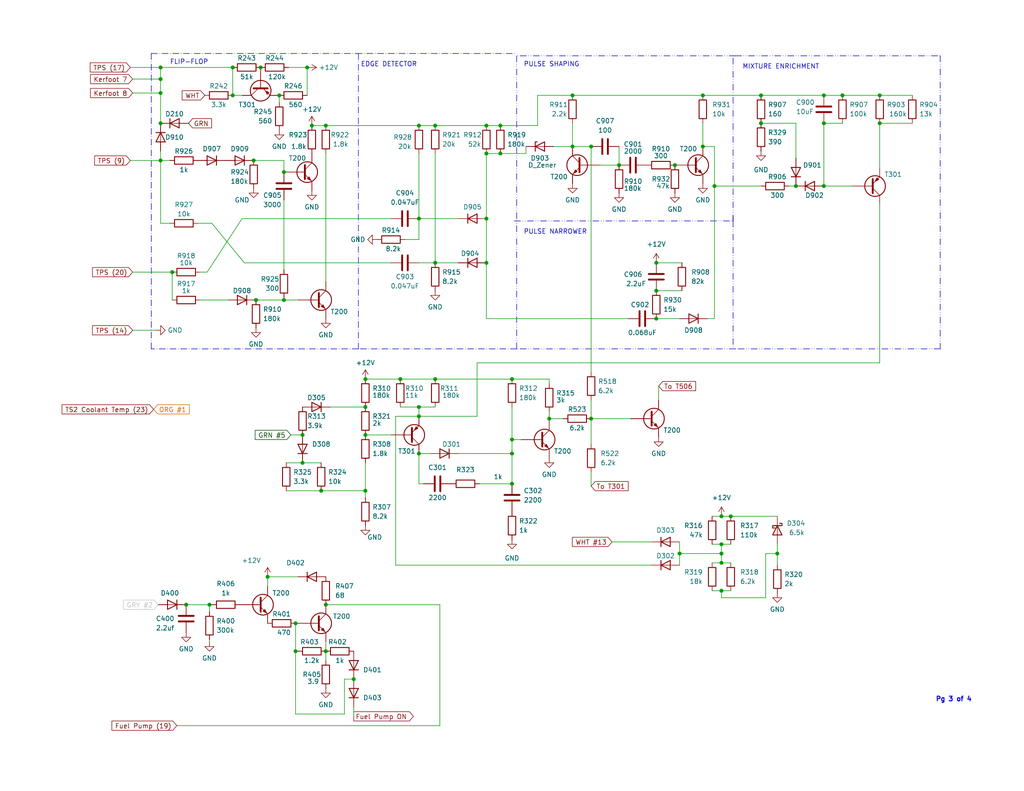
<source format=kicad_sch>
(kicad_sch (version 20230121) (generator eeschema)
  (paper "A")
  (title_block (title "D-Jetronic 0 280 000 034 ECU for Volvo") (date "2023-12-28") (comment 1 "Redrawn by David Farrington") (comment 2 "Copied from Dale Rembold") (comment 3 "Following Layout by F.W. Kerfoot"))
  (lib_symbols
    (symbol "BC328_1" (pin_numbers hide) (pin_names (offset 0) hide)
      (property "Reference" "Q" (at 5.08 1.905 0))
      (property "Value" "BC328" (at 5.08 0 0))
      (symbol "BC328_1_0_1"
        (polyline (pts (xy 0.635 0.635) (xy 2.54 2.54)))
        (polyline (pts (xy 0.635 -0.635) (xy 2.54 -2.54) (xy 2.54 -2.54)))
        (polyline (pts (xy 0.635 1.905) (xy 0.635 -1.905) (xy 0.635 -1.905)) (stroke (width 0.508)))
        (polyline (pts (xy 2.286 -1.778) (xy 1.778 -2.286) (xy 1.27 -1.27) (xy 2.286 -1.778) (xy 2.286 -1.778)) (fill (type outline)))
        (circle (center 1.27 0) (radius 2.8194) (stroke (width 0.254)))
      )
      (symbol "BC328_1_1_1"
        (pin passive line (at 2.54 5.08 270) (length 2.54) (name "C") (number "1"))
        (pin input line (at -5.08 0 0) (length 5.715) (name "B") (number "2"))
        (pin passive line (at 2.54 -5.08 90) (length 2.54) (name "E") (number "3"))
      )
    )
    (symbol "Device:C" (pin_numbers hide) (pin_names (offset 0.254))
      (property "Reference" "C" (at 0.635 2.54 0))
      (property "Value" "C" (at 0.635 -2.54 0))
      (symbol "C_0_1"
        (polyline (pts (xy -2.032 -0.762) (xy 2.032 -0.762)) (stroke (width 0.508)))
        (polyline (pts (xy -2.032 0.762) (xy 2.032 0.762)) (stroke (width 0.508)))
      )
      (symbol "C_1_1"
        (pin passive line (at 0 3.81 270) (length 2.794) (name "~") (number "1"))
        (pin passive line (at 0 -3.81 90) (length 2.794) (name "~") (number "2"))
      )
    )
    (symbol "Device:D" (pin_numbers hide) (pin_names (offset 1.016) hide)
      (property "Reference" "D" (at 0 2.54 0))
      (property "Value" "D" (at 0 -2.54 0))
      (symbol "D_0_1"
        (polyline (pts (xy -1.27 1.27) (xy -1.27 -1.27)) (stroke (width 0.254)))
        (polyline (pts (xy 1.27 0) (xy -1.27 0)))
        (polyline (pts (xy 1.27 1.27) (xy 1.27 -1.27) (xy -1.27 0) (xy 1.27 1.27)) (stroke (width 0.254)))
      )
      (symbol "D_1_1"
        (pin passive line (at -3.81 0 0) (length 2.54) (name "K") (number "1"))
        (pin passive line (at 3.81 0 180) (length 2.54) (name "A") (number "2"))
      )
    )
    (symbol "Device:D_Schottky" (pin_numbers hide) (pin_names (offset 1.016) hide)
      (property "Reference" "D" (at 0 2.54 0))
      (property "Value" "D_Schottky" (at 0 -2.54 0))
      (symbol "D_Schottky_0_1"
        (polyline (pts (xy 1.27 0) (xy -1.27 0)))
        (polyline (pts (xy 1.27 1.27) (xy 1.27 -1.27) (xy -1.27 0) (xy 1.27 1.27)) (stroke (width 0.254)))
        (polyline (pts (xy -1.905 0.635) (xy -1.905 1.27) (xy -1.27 1.27) (xy -1.27 -1.27) (xy -0.635 -1.27) (xy -0.635 -0.635)) (stroke (width 0.254)))
      )
      (symbol "D_Schottky_1_1"
        (pin passive line (at -3.81 0 0) (length 2.54) (name "K") (number "1"))
        (pin passive line (at 3.81 0 180) (length 2.54) (name "A") (number "2"))
      )
    )
    (symbol "Device:D_Zener" (pin_numbers hide) (pin_names (offset 1.016) hide)
      (property "Reference" "D" (at 0 2.54 0))
      (property "Value" "D_Zener" (at 0 -2.54 0))
      (symbol "D_Zener_0_1"
        (polyline (pts (xy 1.27 0) (xy -1.27 0)))
        (polyline (pts (xy -1.27 -1.27) (xy -1.27 1.27) (xy -0.762 1.27)) (stroke (width 0.254)))
        (polyline (pts (xy 1.27 -1.27) (xy 1.27 1.27) (xy -1.27 0) (xy 1.27 -1.27)) (stroke (width 0.254)))
      )
      (symbol "D_Zener_1_1"
        (pin passive line (at -3.81 0 0) (length 2.54) (name "K") (number "1"))
        (pin passive line (at 3.81 0 180) (length 2.54) (name "A") (number "2"))
      )
    )
    (symbol "Device:R" (pin_numbers hide) (pin_names (offset 0))
      (property "Reference" "R" (at 2.032 0 90))
      (property "Value" "R" (at 0 0 90))
      (symbol "R_0_1"
        (rectangle (start -1.016 -2.54) (end 1.016 2.54) (stroke (width 0.254)))
      )
      (symbol "R_1_1"
        (pin passive line (at 0 3.81 270) (length 1.27) (name "~") (number "1"))
        (pin passive line (at 0 -3.81 90) (length 1.27) (name "~") (number "2"))
      )
    )
    (symbol "Transistor_BJT:BC337" (pin_numbers hide) (pin_names (offset 0) hide)
      (property "Reference" "Q" (at 5.08 1.905 0))
      (property "Value" "BC337" (at 5.08 0 0))
      (symbol "BC337_0_1"
        (polyline (pts (xy 0 0) (xy 0.635 0)))
        (polyline (pts (xy 0.635 0.635) (xy 2.54 2.54)))
        (polyline (pts (xy 0.635 -0.635) (xy 2.54 -2.54) (xy 2.54 -2.54)))
        (polyline (pts (xy 0.635 1.905) (xy 0.635 -1.905) (xy 0.635 -1.905)) (stroke (width 0.508)))
        (polyline (pts (xy 1.27 -1.778) (xy 1.778 -1.27) (xy 2.286 -2.286) (xy 1.27 -1.778) (xy 1.27 -1.778)) (fill (type outline)))
        (circle (center 1.27 0) (radius 2.8194) (stroke (width 0.254)))
      )
      (symbol "BC337_1_1"
        (pin passive line (at 2.54 5.08 270) (length 2.54) (name "C") (number "1"))
        (pin input line (at -5.08 0 0) (length 5.08) (name "B") (number "2"))
        (pin passive line (at 2.54 -5.08 90) (length 2.54) (name "E") (number "3"))
      )
    )
    (symbol "power:+12V" (power) (pin_names (offset 0))
      (property "Value" "+12V" (at 0 3.556 0))
      (symbol "+12V_0_1"
        (polyline (pts (xy -0.762 1.27) (xy 0 2.54)))
        (polyline (pts (xy 0 0) (xy 0 2.54)))
        (polyline (pts (xy 0 2.54) (xy 0.762 1.27)))
      )
      (symbol "+12V_1_1"
        (pin power_in line (at 0 0 90) (length 0) hide (name "+12V") (number "1"))
      )
    )
    (symbol "power:GND" (power) (pin_names (offset 0))
      (property "Value" "GND" (at 0 -3.81 0))
      (symbol "GND_0_1"
        (polyline (pts (xy 0 0) (xy 0 -1.27) (xy 1.27 -1.27) (xy 0 -2.54) (xy -1.27 -1.27) (xy 0 -1.27)))
      )
      (symbol "GND_1_1"
        (pin power_in line (at 0 0 270) (length 0) hide (name "GND") (number "1"))
      )
    )
  )
  (junction (at 118.745 71.755))
  (junction (at 77.47 81.915))
  (junction (at 80.645 170.18))
  (junction (at 196.85 151.13))
  (junction (at 63.5 26.035))
  (junction (at 224.79 33.655))
  (junction (at 99.695 111.125))
  (junction (at 139.7 120.015))
  (junction (at 99.695 133.985))
  (junction (at 184.15 45.085))
  (junction (at 156.21 26.035))
  (junction (at 196.85 161.29))
  (junction (at 132.715 41.91))
  (junction (at 69.215 43.815))
  (junction (at 139.7 103.505))
  (junction (at 82.55 126.365))
  (junction (at 229.87 26.035))
  (junction (at 132.715 34.29))
  (junction (at 191.77 40.005))
  (junction (at 109.22 103.505))
  (junction (at 88.9 177.8))
  (junction (at 240.03 33.655))
  (junction (at 224.79 26.035))
  (junction (at 161.29 114.3))
  (junction (at 99.695 118.745))
  (junction (at 71.12 18.415))
  (junction (at 43.815 25.4))
  (junction (at 196.85 140.97))
  (junction (at 179.07 86.995))
  (junction (at 114.3 59.69))
  (junction (at 132.715 71.755))
  (junction (at 224.79 50.8))
  (junction (at 199.39 140.97))
  (junction (at 63.5 18.415))
  (junction (at 136.525 41.91))
  (junction (at 88.9 34.29))
  (junction (at 191.77 26.035))
  (junction (at 185.42 151.13))
  (junction (at 76.2 26.035))
  (junction (at 156.21 40.005))
  (junction (at 69.85 81.915))
  (junction (at 43.815 43.815))
  (junction (at 217.17 50.8))
  (junction (at 82.55 118.745))
  (junction (at 207.645 26.035))
  (junction (at 118.745 103.505))
  (junction (at 149.86 114.3))
  (junction (at 88.9 165.1))
  (junction (at 73.025 157.48))
  (junction (at 43.815 21.59))
  (junction (at 207.645 33.655))
  (junction (at 46.99 74.295))
  (junction (at 87.63 133.985))
  (junction (at 161.29 40.005))
  (junction (at 194.945 50.8))
  (junction (at 96.52 185.42))
  (junction (at 85.09 34.29))
  (junction (at 139.7 132.08))
  (junction (at 196.85 148.59))
  (junction (at 168.91 45.085))
  (junction (at 132.715 59.69))
  (junction (at 99.695 103.505))
  (junction (at 83.82 18.415))
  (junction (at 139.7 123.825))
  (junction (at 179.07 79.375))
  (junction (at 136.525 34.29))
  (junction (at 50.8 165.1))
  (junction (at 114.3 113.665))
  (junction (at 179.07 71.755))
  (junction (at 240.03 26.035))
  (junction (at 80.645 177.8))
  (junction (at 114.3 111.125))
  (junction (at 43.815 33.655))
  (junction (at 212.09 151.13))
  (junction (at 114.3 123.825))
  (junction (at 114.3 34.29))
  (junction (at 43.815 18.415))
  (junction (at 57.15 165.1))
  (junction (at 196.85 153.67))
  (junction (at 118.745 34.29))
  (junction (at 77.47 46.99))
  (wire (pts (xy 146.685 26.035) (xy 156.21 26.035)))
  (wire (pts (xy 78.74 18.415) (xy 83.82 18.415)))
  (wire (pts (xy 85.09 34.29) (xy 88.9 34.29)))
  (wire (pts (xy 161.29 101.6) (xy 161.29 40.005)))
  (wire (pts (xy 196.85 148.59) (xy 199.39 148.59)))
  (wire (pts (xy 78.105 133.985) (xy 87.63 133.985)))
  (wire (pts (xy 80.645 177.8) (xy 81.28 177.8)))
  (wire (pts (xy 43.815 18.415) (xy 63.5 18.415)))
  (wire (pts (xy 36.195 25.4) (xy 43.815 25.4)))
  (wire (pts (xy 43.815 43.815) (xy 46.355 43.815)))
  (wire (pts (xy 120.015 198.12) (xy 48.26 198.12)))
  (wire (pts (xy 217.17 33.655) (xy 217.17 43.18)))
  (wire (pts (xy 196.85 161.29) (xy 199.39 161.29)))
  (wire (pts (xy 54.61 74.295) (xy 56.515 74.295)))
  (wire (pts (xy 194.945 86.995) (xy 193.04 86.995)))
  (wire (pts (xy 114.3 59.69) (xy 114.3 65.405)))
  (wire (pts (xy 194.31 161.29) (xy 196.85 161.29)))
  (polyline (pts (xy 200.025 60.325) (xy 200.025 59.055)) (stroke (width 0) (type dash_dot_dot)))
  (wire (pts (xy 149.86 112.395) (xy 149.86 114.3)))
  (wire (pts (xy 36.195 21.59) (xy 43.815 21.59)))
  (wire (pts (xy 88.9 34.29) (xy 114.3 34.29)))
  (polyline (pts (xy 140.97 95.25) (xy 140.97 85.725)) (stroke (width 0) (type dash_dot_dot)))
  (wire (pts (xy 114.3 132.08) (xy 115.57 132.08)))
  (wire (pts (xy 191.77 26.035) (xy 207.645 26.035)))
  (wire (pts (xy 109.22 103.505) (xy 118.745 103.505)))
  (wire (pts (xy 161.29 128.905) (xy 161.29 132.715)))
  (wire (pts (xy 77.47 46.99) (xy 77.47 43.815)))
  (polyline (pts (xy 200.66 95.25) (xy 140.97 95.25)) (stroke (width 0) (type dash_dot_dot)))
  (wire (pts (xy 161.29 114.3) (xy 161.29 121.285)))
  (wire (pts (xy 207.645 33.655) (xy 217.17 33.655)))
  (wire (pts (xy 212.09 148.59) (xy 212.09 151.13)))
  (wire (pts (xy 194.31 140.97) (xy 196.85 140.97)))
  (polyline (pts (xy 97.79 95.25) (xy 41.275 95.25)) (stroke (width 0) (type dash_dot)))
  (wire (pts (xy 99.695 111.125) (xy 90.17 111.125)))
  (wire (pts (xy 139.7 123.825) (xy 139.7 132.08)))
  (wire (pts (xy 196.85 153.67) (xy 199.39 153.67)))
  (wire (pts (xy 114.3 34.29) (xy 118.745 34.29)))
  (wire (pts (xy 191.77 40.005) (xy 194.945 40.005)))
  (wire (pts (xy 80.645 194.945) (xy 93.98 194.945)))
  (wire (pts (xy 139.7 120.015) (xy 139.7 123.825)))
  (wire (pts (xy 87.63 133.985) (xy 99.695 133.985)))
  (wire (pts (xy 207.645 26.035) (xy 224.79 26.035)))
  (wire (pts (xy 161.29 114.3) (xy 172.085 114.3)))
  (wire (pts (xy 207.645 50.8) (xy 194.945 50.8)))
  (wire (pts (xy 151.13 40.005) (xy 156.21 40.005)))
  (wire (pts (xy 240.03 26.035) (xy 229.87 26.035)))
  (wire (pts (xy 212.09 151.13) (xy 212.09 154.305)))
  (wire (pts (xy 35.56 43.815) (xy 43.815 43.815)))
  (polyline (pts (xy 41.275 95.25) (xy 41.275 14.605)) (stroke (width 0) (type dash_dot)))
  (wire (pts (xy 132.715 71.755) (xy 132.715 86.995)))
  (wire (pts (xy 196.85 163.195) (xy 208.915 163.195)))
  (wire (pts (xy 43.815 18.415) (xy 43.815 21.59)))
  (wire (pts (xy 35.56 18.415) (xy 43.815 18.415)))
  (wire (pts (xy 130.175 99.06) (xy 240.03 99.06)))
  (wire (pts (xy 107.95 113.665) (xy 107.95 154.305)))
  (wire (pts (xy 156.21 26.035) (xy 191.77 26.035)))
  (wire (pts (xy 194.945 50.8) (xy 194.945 86.995)))
  (wire (pts (xy 163.83 45.085) (xy 168.91 45.085)))
  (wire (pts (xy 99.695 103.505) (xy 109.22 103.505)))
  (wire (pts (xy 43.815 41.275) (xy 43.815 43.815)))
  (wire (pts (xy 208.915 151.13) (xy 212.09 151.13)))
  (wire (pts (xy 118.745 103.505) (xy 139.7 103.505)))
  (wire (pts (xy 114.3 113.665) (xy 130.175 113.665)))
  (wire (pts (xy 57.15 174.625) (xy 57.15 175.26)))
  (polyline (pts (xy 41.275 14.605) (xy 97.155 14.605)) (stroke (width 0) (type dash_dot)))
  (wire (pts (xy 177.8 147.955) (xy 167.005 147.955)))
  (wire (pts (xy 114.3 41.91) (xy 114.3 59.69)))
  (wire (pts (xy 99.695 133.985) (xy 99.695 135.89)))
  (wire (pts (xy 224.79 33.655) (xy 224.79 50.8)))
  (wire (pts (xy 88.9 177.8) (xy 88.9 175.26)))
  (wire (pts (xy 136.525 34.29) (xy 146.685 34.29)))
  (polyline (pts (xy 200.025 60.325) (xy 200.025 95.25)) (stroke (width 0) (type dash_dot_dot)))
  (wire (pts (xy 161.29 109.22) (xy 161.29 114.3)))
  (wire (pts (xy 57.785 60.96) (xy 66.675 71.755)))
  (wire (pts (xy 43.815 60.96) (xy 46.355 60.96)))
  (wire (pts (xy 132.715 86.995) (xy 171.45 86.995)))
  (wire (pts (xy 139.7 120.015) (xy 142.24 120.015)))
  (wire (pts (xy 81.28 170.18) (xy 80.645 170.18)))
  (wire (pts (xy 118.745 34.29) (xy 132.715 34.29)))
  (wire (pts (xy 132.715 34.29) (xy 136.525 34.29)))
  (wire (pts (xy 185.42 151.13) (xy 196.85 151.13)))
  (wire (pts (xy 196.85 148.59) (xy 196.85 151.13)))
  (wire (pts (xy 50.8 165.1) (xy 57.15 165.1)))
  (wire (pts (xy 96.52 193.04) (xy 96.52 195.58)))
  (polyline (pts (xy 200.66 15.24) (xy 256.54 15.24)) (stroke (width 0) (type dash_dot_dot)))
  (polyline (pts (xy 200.66 15.24) (xy 140.97 15.24)) (stroke (width 0) (type dash_dot_dot)))
  (wire (pts (xy 196.85 151.13) (xy 196.85 153.67)))
  (wire (pts (xy 240.03 99.06) (xy 240.03 55.88)))
  (polyline (pts (xy 97.155 14.605) (xy 140.97 14.605)) (stroke (width 0) (type dash_dot)))
  (wire (pts (xy 63.5 18.415) (xy 63.5 26.035)))
  (wire (pts (xy 43.815 43.815) (xy 43.815 60.96)))
  (wire (pts (xy 139.7 132.08) (xy 130.81 132.08)))
  (wire (pts (xy 194.31 148.59) (xy 196.85 148.59)))
  (polyline (pts (xy 97.79 14.605) (xy 97.79 95.25)) (stroke (width 0) (type dash_dot)))
  (wire (pts (xy 149.86 104.775) (xy 149.86 103.505)))
  (wire (pts (xy 194.945 50.8) (xy 194.945 40.005)))
  (wire (pts (xy 80.645 177.8) (xy 80.645 194.945)))
  (wire (pts (xy 36.195 74.295) (xy 46.99 74.295)))
  (wire (pts (xy 118.745 71.755) (xy 125.095 71.755)))
  (wire (pts (xy 43.815 25.4) (xy 43.815 33.655)))
  (wire (pts (xy 139.7 111.125) (xy 139.7 120.015)))
  (wire (pts (xy 63.5 26.035) (xy 66.04 26.035)))
  (wire (pts (xy 114.3 65.405) (xy 110.49 65.405)))
  (wire (pts (xy 73.025 157.48) (xy 81.28 157.48)))
  (wire (pts (xy 53.975 60.96) (xy 57.785 60.96)))
  (wire (pts (xy 80.645 170.18) (xy 80.645 177.8)))
  (wire (pts (xy 93.98 185.42) (xy 96.52 185.42)))
  (wire (pts (xy 240.03 33.655) (xy 248.92 33.655)))
  (wire (pts (xy 93.98 194.945) (xy 93.98 185.42)))
  (wire (pts (xy 99.695 126.365) (xy 99.695 133.985)))
  (wire (pts (xy 185.42 86.995) (xy 179.07 86.995)))
  (wire (pts (xy 76.2 27.94) (xy 76.2 26.035)))
  (wire (pts (xy 136.525 41.91) (xy 143.51 41.91)))
  (wire (pts (xy 77.47 81.915) (xy 81.28 81.915)))
  (wire (pts (xy 185.42 151.13) (xy 185.42 154.305)))
  (wire (pts (xy 77.47 43.815) (xy 69.215 43.815)))
  (wire (pts (xy 120.015 165.1) (xy 120.015 198.12)))
  (wire (pts (xy 194.31 153.67) (xy 196.85 153.67)))
  (wire (pts (xy 132.715 41.91) (xy 132.715 59.69)))
  (polyline (pts (xy 256.54 95.25) (xy 200.66 95.25)) (stroke (width 0) (type dash_dot_dot)))
  (wire (pts (xy 179.07 79.375) (xy 186.055 79.375)))
  (wire (pts (xy 232.41 50.8) (xy 224.79 50.8)))
  (polyline (pts (xy 200.025 60.325) (xy 200.025 15.24)) (stroke (width 0) (type dash_dot_dot)))
  (wire (pts (xy 78.105 126.365) (xy 82.55 126.365)))
  (wire (pts (xy 88.9 76.835) (xy 88.9 41.91)))
  (wire (pts (xy 149.86 114.3) (xy 149.86 114.935)))
  (wire (pts (xy 240.03 26.035) (xy 248.92 26.035)))
  (wire (pts (xy 149.86 114.3) (xy 153.67 114.3)))
  (wire (pts (xy 57.15 167.005) (xy 57.15 165.1)))
  (wire (pts (xy 82.55 126.365) (xy 87.63 126.365)))
  (wire (pts (xy 82.55 118.745) (xy 79.375 118.745)))
  (wire (pts (xy 179.705 109.22) (xy 179.705 105.41)))
  (wire (pts (xy 66.04 59.69) (xy 106.68 59.69)))
  (wire (pts (xy 146.685 34.29) (xy 146.685 26.035)))
  (wire (pts (xy 139.7 103.505) (xy 149.86 103.505)))
  (wire (pts (xy 114.3 123.825) (xy 114.3 132.08)))
  (polyline (pts (xy 140.97 95.25) (xy 97.79 95.25)) (stroke (width 0) (type dash_dot)))
  (wire (pts (xy 109.22 111.125) (xy 114.3 111.125)))
  (wire (pts (xy 179.07 71.755) (xy 186.055 71.755)))
  (wire (pts (xy 240.03 33.655) (xy 240.03 45.72)))
  (wire (pts (xy 99.695 118.745) (xy 106.68 118.745)))
  (wire (pts (xy 77.47 54.61) (xy 77.47 73.66)))
  (wire (pts (xy 118.745 41.91) (xy 118.745 71.755)))
  (polyline (pts (xy 140.335 60.325) (xy 200.025 60.325)) (stroke (width 0) (type dash_dot_dot)))
  (wire (pts (xy 132.715 59.69) (xy 132.715 71.755)))
  (wire (pts (xy 208.915 163.195) (xy 208.915 151.13)))
  (wire (pts (xy 114.3 113.665) (xy 107.95 113.665)))
  (wire (pts (xy 191.77 33.655) (xy 191.77 40.005)))
  (wire (pts (xy 130.175 113.665) (xy 130.175 99.06)))
  (wire (pts (xy 46.99 74.295) (xy 46.99 81.915)))
  (wire (pts (xy 132.715 41.91) (xy 136.525 41.91)))
  (wire (pts (xy 168.91 40.005) (xy 168.91 45.085)))
  (wire (pts (xy 73.025 157.48) (xy 73.025 160.02)))
  (wire (pts (xy 107.95 154.305) (xy 177.8 154.305)))
  (wire (pts (xy 114.3 59.69) (xy 125.095 59.69)))
  (wire (pts (xy 77.47 81.28) (xy 77.47 81.915)))
  (wire (pts (xy 196.85 140.97) (xy 199.39 140.97)))
  (wire (pts (xy 114.3 111.125) (xy 114.3 113.665)))
  (wire (pts (xy 224.79 26.035) (xy 229.87 26.035)))
  (polyline (pts (xy 140.97 15.24) (xy 140.97 85.725)) (stroke (width 0) (type dash_dot_dot)))
  (wire (pts (xy 156.21 33.655) (xy 156.21 40.005)))
  (polyline (pts (xy 256.54 15.24) (xy 256.54 95.25)) (stroke (width 0) (type dash_dot_dot)))
  (wire (pts (xy 42.545 90.17) (xy 36.195 90.17)))
  (wire (pts (xy 156.21 40.005) (xy 161.29 40.005)))
  (wire (pts (xy 185.42 147.955) (xy 185.42 151.13)))
  (wire (pts (xy 125.095 123.825) (xy 139.7 123.825)))
  (wire (pts (xy 83.82 18.415) (xy 83.82 26.035)))
  (wire (pts (xy 66.675 71.755) (xy 106.68 71.755)))
  (wire (pts (xy 114.3 111.125) (xy 118.745 111.125)))
  (wire (pts (xy 69.85 81.915) (xy 77.47 81.915)))
  (wire (pts (xy 88.9 165.1) (xy 120.015 165.1)))
  (wire (pts (xy 56.515 74.295) (xy 66.04 59.69)))
  (wire (pts (xy 196.85 161.29) (xy 196.85 163.195)))
  (wire (pts (xy 143.51 41.91) (xy 143.51 40.005)))
  (wire (pts (xy 118.745 71.755) (xy 114.3 71.755)))
  (wire (pts (xy 57.15 165.1) (xy 57.785 165.1)))
  (wire (pts (xy 43.815 21.59) (xy 43.815 25.4)))
  (wire (pts (xy 224.79 33.655) (xy 229.87 33.655)))
  (wire (pts (xy 88.9 180.34) (xy 88.9 177.8)))
  (wire (pts (xy 117.475 123.825) (xy 114.3 123.825)))
  (wire (pts (xy 217.17 50.8) (xy 215.265 50.8)))
  (wire (pts (xy 54.61 81.915) (xy 62.23 81.915)))
  (wire (pts (xy 199.39 140.97) (xy 212.09 140.97)))
  (text "PULSE SHAPING" (at 142.875 18.415 0) (effects (font (size 1.27 1.27)) (justify left bottom)))
  (text "Pg 3 of 4" (at 255.27 191.77 0) (effects (font (size 1.27 1.27) bold) (justify left bottom)))
  (text "MIXTURE ENRICHMENT" (at 202.565 19.05 0) (effects (font (size 1.27 1.27)) (justify left bottom)))
  (text "EDGE DETECTOR" (at 98.425 18.415 0) (effects (font (size 1.27 1.27)) (justify left bottom)))
  (text "PULSE NARROWER" (at 142.875 64.135 0) (effects (font (size 1.27 1.27)) (justify left bottom)))
  (text "FLIP-FLOP" (at 46.355 17.78 0) (effects (font (size 1.27 1.27)) (justify left bottom)))
  (global_label "TPS (14)" (shape input) (at 36.195 90.17 180) (property "Intersheetrefs" "${INTERSHEET_REFS}" (at 24.7621 90.17 0) (effects (justify right))))
  (global_label "To T301" (shape input) (at 161.29 132.715 0) (property "Intersheetrefs" "${INTERSHEET_REFS}" (at 171.9555 132.715 0) (effects (justify left))))
  (global_label "WHT #13" (shape input) (at 167.005 147.955 180) (property "Intersheetrefs" "${INTERSHEET_REFS}" (at 155.6137 147.955 0) (effects (justify right))))
  (global_label "To T506" (shape input) (at 179.705 105.41 0) (property "Intersheetrefs" "${INTERSHEET_REFS}" (at 190.3705 105.41 0) (effects (justify left))))
  (global_label "GRN" (shape input) (at 51.435 33.655 0) (property "Intersheetrefs" "${INTERSHEET_REFS}" (at 58.2907 33.655 0) (effects (justify left))))
  (global_label "Fuel Pump (19)" (shape input) (at 48.26 198.12 180) (property "Intersheetrefs" "${INTERSHEET_REFS}" (at 30.0539 198.12 0) (effects (justify right))))
  (global_label "Fuel Pump ON" (shape output) (at 96.52 195.58 0) (property "Intersheetrefs" "${INTERSHEET_REFS}" (at 113.3541 195.58 0) (effects (justify left))))
  (global_label "Kerfoot 8" (shape input) (at 36.195 25.4 180) (property "Intersheetrefs" "${INTERSHEET_REFS}" (at 24.2179 25.4 0) (effects (justify right))))
  (global_label "TPS (20)" (shape input) (at 36.195 74.295 180) (property "Intersheetrefs" "${INTERSHEET_REFS}" (at 24.7621 74.295 0) (effects (justify right))))
  (global_label "TS2 Coolant Temp (23)" (shape input) (at 41.91 111.76 180) (property "Intersheetrefs" "${INTERSHEET_REFS}" (at 16.447 111.76 0) (effects (justify right))))
  (global_label "WHT" (shape input) (at 55.88 26.035 180) (property "Intersheetrefs" "${INTERSHEET_REFS}" (at 49.1453 26.035 0) (effects (justify right))))
  (global_label "GRN #5" (shape input) (at 79.375 118.745 180) (property "Intersheetrefs" "${INTERSHEET_REFS}" (at 69.0722 118.745 0) (effects (justify right))))
  (global_label "TPS (17)" (shape input) (at 35.56 18.415 180) (property "Intersheetrefs" "${INTERSHEET_REFS}" (at 24.1271 18.415 0) (effects (justify right))))
  (global_label "Kerfoot 7" (shape input) (at 36.195 21.59 180) (property "Intersheetrefs" "${INTERSHEET_REFS}" (at 24.2179 21.59 0) (effects (justify right))))
  (global_label "GRY #2" (shape input) (at 43.18 165.1 180) (property "Intersheetrefs" "${INTERSHEET_REFS}" (at 33.1191 165.1 0) (effects (justify right))))
  (global_label "TPS (9)" (shape input) (at 35.56 43.815 180) (property "Intersheetrefs" "${INTERSHEET_REFS}" (at 25.3366 43.815 0) (effects (justify right))))
  (global_label "ORG #1" (shape input) (at 41.91 111.76 0) (property "Intersheetrefs" "${INTERSHEET_REFS}" (at 52.2128 111.76 0) (effects (justify left))))
  (symbol (lib_id "Device:R") (at 139.7 143.51 0) (unit 1)
    (property "Reference" "R322" (at 141.605 142.24 0) (effects (justify left)))
    (property "Value" "1k" (at 141.605 144.78 0) (effects (justify left)))
  )
  (symbol (lib_id "Transistor_BJT:BC337") (at 86.36 170.18 0) (unit 1)
    (property "Reference" "T200" (at 90.805 168.275 0) (effects (justify left)))
    (property "Value" "BC337" (effects hide))
    (property "Footprint" "Package_TO_SOT_THT:TO-92_Inline" (effects hide))
    (property "Datasheet" "https://diotec.com/tl_files/diotec/files/pdf/datasheets/bc337.pdf" (effects hide))
    (instances (project "034 ECU v4" (path "" (reference "T200") (unit 1)) (path "" (reference "T401") (unit 1))) (project "Bosch 280000034 v2" (path "" (reference "T504") (unit 1))) (project "Bosch 280000034 v3" (path "" (reference "T504") (unit 1))))
  )
  (symbol (lib_id "power:GND") (at 50.8 172.72 0) (unit 1)
    (property "Reference" "#PWR096" (effects hide))
    (property "Value" "GND" (at 50.8 177.165 0))
  )
  (symbol (lib_id "Device:C") (at 175.26 86.995 90) (unit 1)
    (property "Reference" "C902" (at 174.625 83.185 90))
    (property "Value" "0.068uF" (at 175.26 90.805 90))
  )
  (symbol (lib_id "power:GND") (at 42.545 90.17 90) (unit 1)
    (property "Reference" "#PWR031" (effects hide))
    (property "Value" "GND" (at 45.72 90.17 90) (effects (justify right)))
  )
  (symbol (lib_id "power:GND") (at 191.77 50.165 0) (unit 1)
    (property "Reference" "#PWR041" (effects hide))
    (property "Value" "GND" (at 191.77 54.61 0))
  )
  (symbol (lib_id "Device:R") (at 50.8 74.295 90) (unit 1)
    (property "Reference" "R918" (at 50.8 69.85 90))
    (property "Value" "10k" (at 50.8 71.755 90))
  )
  (symbol (lib_id "Device:D") (at 189.23 86.995 0) (mirror y) (unit 1)
    (property "Reference" "D908" (at 189.23 90.17 0))
    (property "Value" "D" (effects hide))
    (property "Sim.Device" "D" (effects hide))
    (property "Sim.Pins" "1=K 2=A" (effects hide))
  )
  (symbol (lib_id "Device:R") (at 59.69 26.035 270) (unit 1)
    (property "Reference" "R242" (at 59.69 23.495 90))
    (property "Value" "3.3k" (at 59.69 28.575 90))
  )
  (symbol (lib_id "Device:C") (at 50.8 168.91 0) (mirror y) (unit 1)
    (property "Reference" "C400" (at 47.625 168.91 0) (effects (justify left)))
    (property "Value" "2.2uf" (at 47.625 171.45 0) (effects (justify left)))
  )
  (symbol (lib_id "Device:R") (at 61.595 165.1 270) (unit 1)
    (property "Reference" "R406" (at 61.595 159.385 90))
    (property "Value" "1k" (at 61.595 161.925 90))
  )
  (symbol (lib_id "power:GND") (at 156.21 50.165 0) (unit 1)
    (property "Reference" "#PWR040" (effects hide))
    (property "Value" "GND" (at 156.21 54.61 0))
  )
  (symbol (lib_id "Device:R") (at 240.03 29.845 0) (unit 1)
    (property "Reference" "R903" (at 241.935 28.575 0) (effects (justify left)))
    (property "Value" "160k" (at 242.57 31.115 0) (effects (justify left)))
  )
  (symbol (lib_id "Device:R") (at 161.29 105.41 0) (unit 1)
    (property "Reference" "R518" (at 163.195 104.14 0) (effects (justify left)))
    (property "Value" "6.2k" (at 163.195 106.68 0) (effects (justify left)))
  )
  (symbol (lib_id "Device:C") (at 77.47 50.8 0) (unit 1)
    (property "Reference" "C905" (at 71.755 53.34 0) (effects (justify left)))
    (property "Value" "3000" (at 71.755 55.88 0) (effects (justify left)))
  )
  (symbol (lib_name "BC328_1") (lib_id "Transistor_BJT:BC328") (at 111.76 118.745 0) (mirror x) (unit 1)
    (property "Reference" "T301" (at 108.585 123.19 0) (effects (justify left)))
    (property "Value" "BC328" (effects hide))
    (property "Footprint" "Package_TO_SOT_THT:TO-92_Inline" (effects hide))
    (property "Datasheet" "http://www.redrok.com/PNP_BC327_-45V_-800mA_0.625W_Hfe100_TO-92.pdf" (effects hide))
    (instances (project "034 ECU v4" (path "" (reference "T301") (unit 1)) (path "" (reference "T302") (unit 1))) (project "Bosch 280000034 v2" (path "" (reference "T502") (unit 1))) (project "Bosch 280000034 v3" (path "" (reference "T502") (unit 1))))
  )
  (symbol (lib_id "Device:C") (at 165.1 40.005 270) (unit 1)
    (property "Reference" "C907" (at 165.1 33.02 90))
    (property "Value" "100" (at 165.1 35.56 90))
  )
  (symbol (lib_id "Device:R") (at 186.055 75.565 0) (unit 1)
    (property "Reference" "R908" (at 188.595 74.295 0) (effects (justify left)))
    (property "Value" "82k" (at 188.595 76.835 0) (effects (justify left)))
  )
  (symbol (lib_id "Device:R") (at 229.87 29.845 0) (unit 1)
    (property "Reference" "R907" (at 231.775 28.575 0) (effects (justify left)))
    (property "Value" "100k" (at 231.775 31.115 0) (effects (justify left)))
  )
  (symbol (lib_id "Device:D_Schottky") (at 212.09 144.78 270) (unit 1)
    (property "Reference" "D304" (at 214.63 142.875 90) (effects (justify left)))
    (property "Value" "6.5k" (at 215.265 145.415 90) (effects (justify left)))
  )
  (symbol (lib_id "Device:R") (at 180.34 45.085 90) (unit 1)
    (property "Reference" "R910" (at 180.34 40.64 90))
    (property "Value" "300" (at 180.34 42.545 90))
  )
  (symbol (lib_id "power:GND") (at 207.645 41.275 0) (unit 1)
    (property "Reference" "#PWR036" (effects hide))
    (property "Value" "GND" (at 207.645 46.355 0))
  )
  (symbol (lib_id "Device:R") (at 179.07 83.185 0) (unit 1)
    (property "Reference" "R930" (at 180.975 81.915 0) (effects (justify left)))
    (property "Value" "15k" (at 180.975 84.455 0) (effects (justify left)))
  )
  (symbol (lib_id "Device:D_Zener") (at 147.32 40.005 0) (unit 1)
    (property "Reference" "D903" (at 147.32 43.18 0))
    (property "Value" "D_Zener" (at 147.955 45.085 0))
  )
  (symbol (lib_id "Device:R") (at 67.31 18.415 270) (unit 1)
    (property "Reference" "R243" (at 67.31 15.875 90))
    (property "Value" "51k" (at 67.31 20.955 90))
  )
  (symbol (lib_id "Device:D") (at 46.99 165.1 0) (mirror y) (unit 1)
    (property "Reference" "D400" (at 46.355 161.925 0))
    (property "Value" "D" (effects hide))
    (property "Sim.Device" "D" (effects hide))
    (property "Sim.Pins" "1=K 2=A" (effects hide))
  )
  (symbol (lib_name "BC328_1") (lib_id "Transistor_BJT:BC328") (at 237.49 50.8 0) (mirror x) (unit 1)
    (property "Reference" "T301" (at 241.3 47.625 0) (effects (justify left)))
    (property "Value" "BC328" (effects hide))
    (property "Footprint" "Package_TO_SOT_THT:TO-92_Inline" (effects hide))
    (property "Datasheet" "http://www.redrok.com/PNP_BC327_-45V_-800mA_0.625W_Hfe100_TO-92.pdf" (effects hide))
    (instances (project "034 ECU v4" (path "" (reference "T301") (unit 1)) (path "" (reference "T900") (unit 1))) (project "Bosch 280000034 v2" (path "" (reference "T502") (unit 1))) (project "Bosch 280000034 v3" (path "" (reference "T502") (unit 1))))
  )
  (symbol (lib_id "Device:R") (at 157.48 114.3 90) (unit 1)
    (property "Reference" "R523" (at 157.48 111.76 90))
    (property "Value" "6.2k" (at 157.48 116.84 90))
  )
  (symbol (lib_id "Device:D") (at 86.36 111.125 0) (mirror y) (unit 1)
    (property "Reference" "D305" (at 86.36 108.585 0))
    (property "Value" "D" (effects hide))
    (property "Sim.Device" "D" (effects hide))
    (property "Sim.Pins" "1=K 2=A" (effects hide))
  )
  (symbol (lib_id "power:GND") (at 212.09 161.925 0) (unit 1)
    (property "Reference" "#PWR0105" (effects hide))
    (property "Value" "GND" (at 212.09 166.37 0))
  )
  (symbol (lib_id "Device:R") (at 57.15 170.815 0) (unit 1)
    (property "Reference" "R400" (at 59.055 169.545 0) (effects (justify left)))
    (property "Value" "300k" (at 59.055 172.085 0) (effects (justify left)))
  )
  (symbol (lib_id "Device:R") (at 118.745 75.565 0) (unit 1)
    (property "Reference" "R915" (at 120.65 74.295 0) (effects (justify left)))
    (property "Value" "8.2k" (at 120.65 76.835 0) (effects (justify left)))
  )
  (symbol (lib_id "Device:R") (at 127 132.08 90) (unit 1)
    (property "Reference" "R323" (at 127 128.27 90))
    (property "Value" "1k" (at 135.89 130.175 90))
  )
  (symbol (lib_id "Device:R") (at 88.9 184.15 0) (unit 1)
    (property "Reference" "R405" (at 82.55 184.15 0) (effects (justify left)))
    (property "Value" "3.9" (at 83.82 186.055 0) (effects (justify left)))
  )
  (symbol (lib_id "Device:D") (at 96.52 189.23 270) (mirror x) (unit 1)
    (property "Reference" "D403" (at 99.06 190.5 90) (effects (justify left)))
    (property "Value" "D" (effects hide))
    (property "Sim.Device" "D" (effects hide))
    (property "Sim.Pins" "1=K 2=A" (effects hide))
  )
  (symbol (lib_id "Device:C") (at 224.79 29.845 0) (unit 1)
    (property "Reference" "C900" (at 217.17 27.94 0) (effects (justify left)))
    (property "Value" "10uF" (at 217.17 30.48 0) (effects (justify left)))
  )
  (symbol (lib_id "Device:D") (at 121.285 123.825 0) (mirror y) (unit 1)
    (property "Reference" "D301" (at 123.19 121.285 0))
    (property "Value" "D" (effects hide))
    (property "Sim.Device" "D" (effects hide))
    (property "Sim.Pins" "1=K 2=A" (effects hide))
  )
  (symbol (lib_id "Device:R") (at 88.9 38.1 0) (unit 1)
    (property "Reference" "R922" (at 90.17 36.83 0) (effects (justify left)))
    (property "Value" "1.8k" (at 90.805 39.37 0) (effects (justify left)))
  )
  (symbol (lib_id "Device:D") (at 128.905 59.69 0) (unit 1)
    (property "Reference" "D905" (at 128.905 56.515 0))
    (property "Value" "D" (effects hide))
    (property "Sim.Device" "D" (effects hide))
    (property "Sim.Pins" "1=K 2=A" (effects hide))
  )
  (symbol (lib_id "Device:D") (at 128.905 71.755 0) (unit 1)
    (property "Reference" "D904" (at 128.27 69.215 0))
    (property "Value" "D" (effects hide))
    (property "Sim.Device" "D" (effects hide))
    (property "Sim.Pins" "1=K 2=A" (effects hide))
  )
  (symbol (lib_id "power:+12V") (at 85.09 34.29 0) (unit 1)
    (property "Reference" "#PWR035" (effects hide))
    (property "Value" "+12V" (at 85.09 29.845 0))
  )
  (symbol (lib_id "Device:R") (at 168.91 48.895 0) (unit 1)
    (property "Reference" "R910" (at 170.18 49.53 0) (effects (justify left)))
    (property "Value" "180k" (at 170.18 51.435 0) (effects (justify left)))
  )
  (symbol (lib_id "power:GND") (at 69.215 51.435 0) (unit 1)
    (property "Reference" "#PWR032" (effects hide))
    (property "Value" "GND" (at 66.04 54.61 0))
  )
  (symbol (lib_id "Device:R") (at 136.525 38.1 0) (unit 1)
    (property "Reference" "R919" (at 138.43 36.83 0) (effects (justify left)))
    (property "Value" "180k" (at 138.43 39.37 0) (effects (justify left)))
  )
  (symbol (lib_id "Device:R") (at 139.7 107.315 0) (unit 1)
    (property "Reference" "R312" (at 141.605 106.045 0) (effects (justify left)))
    (property "Value" "180k" (at 141.605 108.585 0) (effects (justify left)))
  )
  (symbol (lib_id "Device:C") (at 179.07 75.565 0) (unit 1)
    (property "Reference" "C906" (at 170.18 74.93 0) (effects (justify left)))
    (property "Value" "2.2uF" (at 170.815 77.47 0) (effects (justify left)))
  )
  (symbol (lib_id "Device:R") (at 211.455 50.8 90) (unit 1)
    (property "Reference" "R906" (at 212.09 48.26 90))
    (property "Value" "300" (at 212.09 53.34 90))
  )
  (symbol (lib_id "Device:R") (at 207.645 29.845 0) (unit 1)
    (property "Reference" "R907" (at 209.55 28.575 0) (effects (justify left)))
    (property "Value" "160" (at 209.55 31.115 0) (effects (justify left)))
  )
  (symbol (lib_id "Device:R") (at 69.215 47.625 0) (unit 1)
    (property "Reference" "R924" (at 62.865 46.99 0) (effects (justify left)))
    (property "Value" "180k" (at 62.865 49.53 0) (effects (justify left)))
  )
  (symbol (lib_id "Device:R") (at 85.09 38.1 0) (unit 1)
    (property "Reference" "R923" (at 78.74 36.83 0) (effects (justify left)))
    (property "Value" "1.8k" (at 79.375 40.005 0) (effects (justify left)))
  )
  (symbol (lib_id "Device:R") (at 184.15 48.895 0) (unit 1)
    (property "Reference" "R932" (at 177.8 48.895 0) (effects (justify left)))
    (property "Value" "47k" (at 179.07 50.8 0) (effects (justify left)))
  )
  (symbol (lib_id "Transistor_BJT:BC337") (at 177.165 114.3 0) (unit 1)
    (property "Reference" "T200" (at 180.975 117.475 0) (effects (justify left)))
    (property "Value" "BC337" (effects hide))
    (property "Footprint" "Package_TO_SOT_THT:TO-92_Inline" (effects hide))
    (property "Datasheet" "https://diotec.com/tl_files/diotec/files/pdf/datasheets/bc337.pdf" (effects hide))
    (instances (project "034 ECU v4" (path "" (reference "T200") (unit 1)) (path "" (reference "T506") (unit 1))) (project "Bosch 280000034 v2" (path "" (reference "T504") (unit 1))) (project "Bosch 280000034 v3" (path "" (reference "T504") (unit 1))))
  )
  (symbol (lib_id "power:GND") (at 88.9 86.995 0) (unit 1)
    (property "Reference" "#PWR034" (effects hide))
    (property "Value" "GND" (at 88.9 91.44 0))
  )
  (symbol (lib_id "power:+12V") (at 73.025 157.48 0) (unit 1)
    (property "Reference" "#PWR098" (effects hide))
    (property "Value" "+12V" (at 68.58 153.035 0))
  )
  (symbol (lib_id "Device:C") (at 110.49 71.755 90) (unit 1)
    (property "Reference" "C903" (at 110.49 75.565 90))
    (property "Value" "0.047uF" (at 110.49 78.105 90))
  )
  (symbol (lib_id "Device:R") (at 85.09 177.8 90) (unit 1)
    (property "Reference" "R403" (at 84.455 175.26 90))
    (property "Value" "1.2k" (at 85.09 180.34 90))
  )
  (symbol (lib_id "Device:R") (at 76.2 31.75 0) (mirror y) (unit 1)
    (property "Reference" "R245" (at 74.295 30.48 0) (effects (justify left)))
    (property "Value" "560" (at 74.295 33.02 0) (effects (justify left)))
  )
  (symbol (lib_id "Device:C") (at 139.7 135.89 180) (unit 1)
    (property "Reference" "C302" (at 142.875 133.985 0) (effects (justify right)))
    (property "Value" "2200" (at 142.875 136.525 0) (effects (justify right)))
  )
  (symbol (lib_id "Device:R") (at 212.09 158.115 0) (unit 1)
    (property "Reference" "R320" (at 213.995 156.845 0) (effects (justify left)))
    (property "Value" "2k" (at 213.995 159.385 0) (effects (justify left)))
  )
  (symbol (lib_id "Device:R") (at 109.22 107.315 0) (unit 1)
    (property "Reference" "R310" (at 110.49 106.045 0) (effects (justify left)))
    (property "Value" "11k" (at 110.49 107.95 0) (effects (justify left)))
  )
  (symbol (lib_id "power:+12V") (at 196.85 140.97 0) (unit 1)
    (property "Reference" "#PWR0104" (effects hide))
    (property "Value" "+12V" (at 196.85 135.89 0))
  )
  (symbol (lib_id "Transistor_BJT:BC337") (at 189.23 45.085 0) (unit 1)
    (property "Reference" "T200" (at 185.42 40.64 0) (effects (justify left)))
    (property "Value" "BC337" (effects hide))
    (property "Footprint" "Package_TO_SOT_THT:TO-92_Inline" (effects hide))
    (property "Datasheet" "https://diotec.com/tl_files/diotec/files/pdf/datasheets/bc337.pdf" (effects hide))
    (instances (project "034 ECU v4" (path "" (reference "T200") (unit 1)) (path "" (reference "T901") (unit 1))) (project "Bosch 280000034 v2" (path "" (reference "T504") (unit 1))) (project "Bosch 280000034 v3" (path "" (reference "T504") (unit 1))))
  )
  (symbol (lib_id "Device:R") (at 99.695 107.315 0) (unit 1)
    (property "Reference" "R310" (at 101.6 106.045 0) (effects (justify left)))
    (property "Value" "180k" (at 101.6 107.95 0) (effects (justify left)))
  )
  (symbol (lib_id "Device:R") (at 99.695 122.555 0) (unit 1)
    (property "Reference" "R308" (at 101.6 121.285 0) (effects (justify left)))
    (property "Value" "1.8k" (at 101.6 123.825 0) (effects (justify left)))
  )
  (symbol (lib_id "Device:C") (at 110.49 59.69 90) (unit 1)
    (property "Reference" "C904" (at 110.49 52.705 90))
    (property "Value" "0.047uF" (at 110.49 55.245 90))
  )
  (symbol (lib_id "power:GND") (at 168.91 52.705 0) (unit 1)
    (property "Reference" "#PWR043" (effects hide))
    (property "Value" "GND" (at 168.91 57.15 0))
  )
  (symbol (lib_id "Device:R") (at 118.745 38.1 0) (unit 1)
    (property "Reference" "R921" (at 120.65 36.83 0) (effects (justify left)))
    (property "Value" "20k" (at 120.65 39.37 0) (effects (justify left)))
  )
  (symbol (lib_id "power:GND") (at 85.09 52.07 0) (unit 1)
    (property "Reference" "#PWR033" (effects hide))
    (property "Value" "GND" (at 85.09 56.515 0))
  )
  (symbol (lib_id "Device:D") (at 65.405 43.815 0) (mirror y) (unit 1)
    (property "Reference" "D909" (at 65.405 40.64 0))
    (property "Value" "D" (effects hide))
    (property "Sim.Device" "D" (effects hide))
    (property "Sim.Pins" "1=K 2=A" (effects hide))
  )
  (symbol (lib_id "power:GND") (at 102.87 65.405 270) (unit 1)
    (property "Reference" "#PWR039" (effects hide))
    (property "Value" "GND" (at 99.695 65.405 90) (effects (justify right)))
  )
  (symbol (lib_id "Device:R") (at 207.645 37.465 0) (unit 1)
    (property "Reference" "R329" (at 209.55 36.195 0) (effects (justify left)))
    (property "Value" "390" (at 209.55 38.735 0) (effects (justify left)))
  )
  (symbol (lib_id "Transistor_BJT:BC337") (at 82.55 46.99 0) (unit 1)
    (property "Reference" "T200" (at 78.74 43.18 0) (effects (justify left)))
    (property "Value" "BC337" (effects hide))
    (property "Footprint" "Package_TO_SOT_THT:TO-92_Inline" (effects hide))
    (property "Datasheet" "https://diotec.com/tl_files/diotec/files/pdf/datasheets/bc337.pdf" (effects hide))
    (instances (project "034 ECU v4" (path "" (reference "T200") (unit 1)) (path "" (reference "T904") (unit 1))) (project "Bosch 280000034 v2" (path "" (reference "T504") (unit 1))) (project "Bosch 280000034 v3" (path "" (reference "T504") (unit 1))))
  )
  (symbol (lib_id "power:GND") (at 57.15 175.26 0) (unit 1)
    (property "Reference" "#PWR097" (effects hide))
    (property "Value" "GND" (at 57.15 179.705 0))
  )
  (symbol (lib_id "Device:R") (at 99.695 114.935 0) (unit 1)
    (property "Reference" "R321" (at 101.6 113.665 0) (effects (justify left)))
    (property "Value" "2k" (at 101.6 115.57 0) (effects (justify left)))
  )
  (symbol (lib_id "power:GND") (at 149.86 125.095 0) (unit 1)
    (property "Reference" "#PWR052" (effects hide))
    (property "Value" "GND" (at 149.86 129.54 0))
  )
  (symbol (lib_id "power:GND") (at 179.705 119.38 0) (unit 1)
    (property "Reference" "#PWR095" (effects hide))
    (property "Value" "GND" (at 179.705 123.825 0))
  )
  (symbol (lib_id "Device:R") (at 82.55 114.935 0) (unit 1)
    (property "Reference" "R313" (at 83.82 113.665 0) (effects (justify left)))
    (property "Value" "3.9k" (at 83.82 116.205 0) (effects (justify left)))
  )
  (symbol (lib_id "Device:R") (at 99.695 139.7 0) (unit 1)
    (property "Reference" "R307" (at 101.6 138.43 0) (effects (justify left)))
    (property "Value" "8.2k" (at 101.6 140.97 0) (effects (justify left)))
  )
  (symbol (lib_id "Device:R") (at 156.21 29.845 0) (unit 1)
    (property "Reference" "R911" (at 149.86 28.575 0) (effects (justify left)))
    (property "Value" "2.2k" (at 150.495 31.115 0) (effects (justify left)))
  )
  (symbol (lib_id "power:+12V") (at 99.695 103.505 0) (unit 1)
    (property "Reference" "#PWR046" (effects hide))
    (property "Value" "+12V" (at 99.695 99.06 0))
  )
  (symbol (lib_id "Device:D") (at 85.09 157.48 0) (unit 1)
    (property "Reference" "D402" (at 80.645 153.67 0))
    (property "Value" "D" (effects hide))
    (property "Sim.Device" "D" (effects hide))
    (property "Sim.Pins" "1=K 2=A" (effects hide))
  )
  (symbol (lib_id "Device:D") (at 181.61 154.305 0) (unit 1)
    (property "Reference" "D302" (at 181.61 151.765 0))
    (property "Value" "D" (effects hide))
    (property "Sim.Device" "D" (effects hide))
    (property "Sim.Pins" "1=K 2=A" (effects hide))
  )
  (symbol (lib_id "Device:R") (at 194.31 157.48 0) (mirror y) (unit 1)
    (property "Reference" "R319" (at 191.77 156.21 0) (effects (justify left)))
    (property "Value" "18k" (at 191.77 158.75 0) (effects (justify left)))
  )
  (symbol (lib_id "Device:R") (at 161.29 125.095 0) (unit 1)
    (property "Reference" "R522" (at 163.83 123.825 0) (effects (justify left)))
    (property "Value" "6.2k" (at 163.83 126.365 0) (effects (justify left)))
  )
  (symbol (lib_id "Device:R") (at 78.105 130.175 0) (unit 1)
    (property "Reference" "R325" (at 80.01 128.905 0) (effects (justify left)))
    (property "Value" "3.3k" (at 80.01 131.445 0) (effects (justify left)))
  )
  (symbol (lib_id "Device:R") (at 199.39 144.78 0) (unit 1)
    (property "Reference" "R317" (at 201.93 143.51 0) (effects (justify left)))
    (property "Value" "110k" (at 201.93 146.05 0) (effects (justify left)))
  )
  (symbol (lib_id "Device:R") (at 248.92 29.845 0) (unit 1)
    (property "Reference" "R904" (at 250.825 28.575 0) (effects (justify left)))
    (property "Value" "13k" (at 250.825 31.115 0) (effects (justify left)))
  )
  (symbol (lib_id "Device:D") (at 96.52 181.61 270) (mirror x) (unit 1)
    (property "Reference" "D401" (at 99.06 182.88 90) (effects (justify left)))
    (property "Value" "D" (effects hide))
    (property "Sim.Device" "D" (effects hide))
    (property "Sim.Pins" "1=K 2=A" (effects hide))
  )
  (symbol (lib_id "power:GND") (at 69.85 89.535 0) (unit 1)
    (property "Reference" "#PWR030" (effects hide))
    (property "Value" "GND" (at 69.85 93.98 0))
  )
  (symbol (lib_id "Device:R") (at 74.93 18.415 90) (unit 1)
    (property "Reference" "R244" (at 74.93 15.875 90))
    (property "Value" "120k" (at 75.565 20.955 90))
  )
  (symbol (lib_id "Device:D") (at 82.55 122.555 90) (unit 1)
    (property "Reference" "D308" (at 85.09 121.285 90) (effects (justify right)))
    (property "Value" "D" (effects hide))
    (property "Sim.Device" "D" (effects hide))
    (property "Sim.Pins" "1=K 2=A" (effects hide))
  )
  (symbol (lib_id "Device:R") (at 69.85 85.725 0) (unit 1)
    (property "Reference" "R910" (at 71.755 84.455 0) (effects (justify left)))
    (property "Value" "180k" (at 71.755 86.995 0) (effects (justify left)))
  )
  (symbol (lib_id "Device:C") (at 119.38 132.08 270) (unit 1)
    (property "Reference" "C301" (at 119.38 127.635 90))
    (property "Value" "2200" (at 119.38 135.89 90))
  )
  (symbol (lib_id "Device:D") (at 43.815 37.465 270) (unit 1)
    (property "Reference" "D910" (at 50.165 37.465 90) (effects (justify right)))
    (property "Value" "D" (effects hide))
    (property "Sim.Device" "D" (effects hide))
    (property "Sim.Pins" "1=K 2=A" (effects hide))
  )
  (symbol (lib_id "Device:R") (at 199.39 157.48 0) (unit 1)
    (property "Reference" "R318" (at 201.93 156.21 0) (effects (justify left)))
    (property "Value" "6.2k" (at 201.93 158.75 0) (effects (justify left)))
  )
  (symbol (lib_id "power:+12V") (at 83.82 18.415 270) (unit 1)
    (property "Reference" "#PWR016" (effects hide))
    (property "Value" "+12V" (at 86.995 18.415 90) (effects (justify left)))
  )
  (symbol (lib_id "Device:R") (at 50.8 81.915 90) (unit 1)
    (property "Reference" "R917" (at 50.8 77.47 90))
    (property "Value" "1k" (at 50.8 79.375 90))
  )
  (symbol (lib_id "Transistor_BJT:BC337") (at 147.32 120.015 0) (unit 1)
    (property "Reference" "T200" (at 151.13 123.19 0) (effects (justify left)))
    (property "Value" "BC337" (effects hide))
    (property "Footprint" "Package_TO_SOT_THT:TO-92_Inline" (effects hide))
    (property "Datasheet" "https://diotec.com/tl_files/diotec/files/pdf/datasheets/bc337.pdf" (effects hide))
    (instances (project "034 ECU v4" (path "" (reference "T200") (unit 1)) (path "" (reference "T303") (unit 1))) (project "Bosch 280000034 v2" (path "" (reference "T504") (unit 1))) (project "Bosch 280000034 v3" (path "" (reference "T504") (unit 1))))
  )
  (symbol (lib_id "Device:C") (at 172.72 45.085 270) (unit 1)
    (property "Reference" "C901" (at 172.72 39.37 90))
    (property "Value" "2000" (at 172.72 41.275 90))
  )
  (symbol (lib_id "Device:R") (at 50.165 43.815 90) (unit 1)
    (property "Reference" "R926" (at 50.165 41.275 90))
    (property "Value" "1k" (at 50.165 46.355 90))
  )
  (symbol (lib_id "Device:R") (at 88.9 161.29 0) (unit 1)
    (property "Reference" "R407" (at 91.44 160.02 0) (effects (justify left)))
    (property "Value" "68" (at 91.44 162.56 0) (effects (justify left)))
  )
  (symbol (lib_id "Device:R") (at 118.745 107.315 0) (unit 1)
    (property "Reference" "R311" (at 120.015 106.045 0) (effects (justify left)))
    (property "Value" "180k" (at 120.65 107.95 0) (effects (justify left)))
  )
  (symbol (lib_id "Device:R") (at 80.01 26.035 270) (unit 1)
    (property "Reference" "R246" (at 80.01 23.495 90))
    (property "Value" "560" (at 80.645 28.575 90))
  )
  (symbol (lib_id "power:+12V") (at 179.07 71.755 0) (unit 1)
    (property "Reference" "#PWR037" (effects hide))
    (property "Value" "+12V" (at 179.07 66.675 0))
  )
  (symbol (lib_id "Device:D") (at 220.98 50.8 0) (unit 1)
    (property "Reference" "D902" (at 222.25 53.34 0))
    (property "Value" "D" (effects hide))
    (property "Sim.Device" "D" (effects hide))
    (property "Sim.Pins" "1=K 2=A" (effects hide))
  )
  (symbol (lib_id "Device:D") (at 66.04 81.915 0) (mirror y) (unit 1)
    (property "Reference" "D908" (at 66.04 79.375 0))
    (property "Value" "D" (effects hide))
    (property "Sim.Device" "D" (effects hide))
    (property "Sim.Pins" "1=K 2=A" (effects hide))
  )
  (symbol (lib_id "Device:D") (at 217.17 46.99 90) (unit 1)
    (property "Reference" "D901" (at 219.075 45.085 90) (effects (justify right)))
    (property "Value" "D" (effects hide))
    (property "Sim.Device" "D" (effects hide))
    (property "Sim.Pins" "1=K 2=A" (effects hide))
  )
  (symbol (lib_id "Device:R") (at 77.47 77.47 0) (unit 1)
    (property "Reference" "R925" (at 71.12 76.2 0) (effects (justify left)))
    (property "Value" "300" (at 72.39 78.74 0) (effects (justify left)))
  )
  (symbol (lib_id "Device:D") (at 181.61 147.955 0) (unit 1)
    (property "Reference" "D303" (at 181.61 144.78 0))
    (property "Value" "D" (effects hide))
    (property "Sim.Device" "D" (effects hide))
    (property "Sim.Pins" "1=K 2=A" (effects hide))
  )
  (symbol (lib_id "power:GND") (at 76.2 35.56 0) (unit 1)
    (property "Reference" "#PWR017" (effects hide))
    (property "Value" "GND" (at 76.2 40.005 0))
  )
  (symbol (lib_name "BC328_1") (lib_id "Transistor_BJT:BC328") (at 71.12 23.495 90) (mirror x) (unit 1)
    (property "Reference" "T301" (at 69.85 28.575 90) (effects (justify left)))
    (property "Value" "BC328" (effects hide))
    (property "Footprint" "Package_TO_SOT_THT:TO-92_Inline" (effects hide))
    (property "Datasheet" "http://www.redrok.com/PNP_BC327_-45V_-800mA_0.625W_Hfe100_TO-92.pdf" (effects hide))
    (instances (project "034 ECU v4" (path "" (reference "T301") (unit 1)) (path "" (reference "T240") (unit 1))) (project "Bosch 280000034 v2" (path "" (reference "T502") (unit 1))) (project "Bosch 280000034 v3" (path "" (reference "T502") (unit 1))))
  )
  (symbol (lib_id "Transistor_BJT:BC337") (at 86.36 81.915 0) (unit 1)
    (property "Reference" "T200" (at 90.17 85.09 0) (effects (justify left)))
    (property "Value" "BC337" (effects hide))
    (property "Footprint" "Package_TO_SOT_THT:TO-92_Inline" (effects hide))
    (property "Datasheet" "https://diotec.com/tl_files/diotec/files/pdf/datasheets/bc337.pdf" (effects hide))
    (instances (project "034 ECU v4" (path "" (reference "T200") (unit 1)) (path "" (reference "T903") (unit 1))) (project "Bosch 280000034 v2" (path "" (reference "T504") (unit 1))) (project "Bosch 280000034 v3" (path "" (reference "T504") (unit 1))))
  )
  (symbol (lib_id "Device:R") (at 76.835 170.18 90) (unit 1)
    (property "Reference" "R401" (at 76.835 167.64 90))
    (property "Value" "470" (at 77.47 172.72 90))
  )
  (symbol (lib_id "Device:R") (at 106.68 65.405 90) (unit 1)
    (property "Reference" "R914" (at 106.68 62.865 90))
    (property "Value" "8.2k" (at 107.315 67.945 90))
  )
  (symbol (lib_id "power:GND") (at 118.745 79.375 0) (unit 1)
    (property "Reference" "#PWR038" (effects hide))
    (property "Value" "GND" (at 118.745 83.82 0))
  )
  (symbol (lib_id "Device:R") (at 50.165 60.96 90) (unit 1)
    (property "Reference" "R927" (at 50.165 55.88 90))
    (property "Value" "10k" (at 50.165 58.42 90))
  )
  (symbol (lib_id "Device:R") (at 194.31 144.78 0) (mirror y) (unit 1)
    (property "Reference" "R316" (at 191.77 143.51 0) (effects (justify left)))
    (property "Value" "47k" (at 191.77 146.05 0) (effects (justify left)))
  )
  (symbol (lib_id "Device:R") (at 132.715 38.1 0) (unit 1)
    (property "Reference" "R912" (at 126.365 36.83 0) (effects (justify left)))
    (property "Value" "52k" (at 127.635 39.37 0) (effects (justify left)))
  )
  (symbol (lib_id "Transistor_BJT:BC337") (at 158.75 45.085 0) (mirror y) (unit 1)
    (property "Reference" "T200" (at 154.94 48.26 0) (effects (justify left)))
    (property "Value" "BC337" (effects hide))
    (property "Footprint" "Package_TO_SOT_THT:TO-92_Inline" (effects hide))
    (property "Datasheet" "https://diotec.com/tl_files/diotec/files/pdf/datasheets/bc337.pdf" (effects hide))
    (instances (project "034 ECU v4" (path "" (reference "T200") (unit 1)) (path "" (reference "T902") (unit 1))) (project "Bosch 280000034 v2" (path "" (reference "T504") (unit 1))) (project "Bosch 280000034 v3" (path "" (reference "T504") (unit 1))))
  )
  (symbol (lib_id "power:GND") (at 139.7 147.32 0) (unit 1)
    (property "Reference" "#PWR051" (effects hide))
    (property "Value" "GND" (at 139.7 152.4 0))
  )
  (symbol (lib_id "Device:R") (at 92.71 177.8 90) (unit 1)
    (property "Reference" "R402" (at 92.075 175.26 90))
    (property "Value" "1k" (at 92.71 180.34 90))
  )
  (symbol (lib_id "Device:R") (at 114.3 38.1 0) (unit 1)
    (property "Reference" "R928" (at 107.315 37.465 0) (effects (justify left)))
    (property "Value" "20k" (at 108.585 40.005 0) (effects (justify left)))
  )
  (symbol (lib_id "power:GND") (at 184.15 52.705 0) (unit 1)
    (property "Reference" "#PWR042" (effects hide))
    (property "Value" "GND" (at 184.15 57.15 0))
  )
  (symbol (lib_id "Device:R") (at 87.63 130.175 0) (unit 1)
    (property "Reference" "R324" (at 89.535 128.905 0) (effects (justify left)))
    (property "Value" "10k" (at 89.535 131.445 0) (effects (justify left)))
  )
  (symbol (lib_id "Device:R") (at 149.86 108.585 0) (unit 1)
    (property "Reference" "R315" (at 151.765 107.315 0) (effects (justify left)))
    (property "Value" "3k" (at 151.765 109.22 0) (effects (justify left)))
  )
  (symbol (lib_id "Device:D") (at 47.625 33.655 0) (unit 1)
    (property "Reference" "D210" (at 47.625 31.115 0))
    (property "Value" "D" (effects hide))
    (property "Sim.Device" "D" (effects hide))
    (property "Sim.Pins" "1=K 2=A" (effects hide))
  )
  (symbol (lib_id "Device:R") (at 191.77 29.845 0) (unit 1)
    (property "Reference" "R931" (at 194.31 28.575 0) (effects (justify left)))
    (property "Value" "10k" (at 194.31 31.115 0) (effects (justify left)))
  )
  (symbol (lib_id "power:GND") (at 88.9 187.96 0) (unit 1)
    (property "Reference" "#PWR099" (effects hide))
    (property "Value" "GND" (at 88.9 192.405 0))
  )
  (symbol (lib_id "power:GND") (at 99.695 143.51 0) (unit 1)
    (property "Reference" "#PWR050" (effects hide))
    (property "Value" "GND" (at 102.235 146.685 0))
  )
  (symbol (lib_id "Device:D") (at 57.785 43.815 0) (mirror y) (unit 1)
    (property "Reference" "D907" (at 57.785 40.64 0))
    (property "Value" "D" (effects hide))
    (property "Sim.Device" "D" (effects hide))
    (property "Sim.Pins" "1=K 2=A" (effects hide))
  )
  (symbol (lib_id "Transistor_BJT:BC337") (at 70.485 165.1 0) (unit 1)
    (property "Reference" "T200" (at 74.295 161.925 0) (effects (justify left)))
    (property "Value" "BC337" (effects hide))
    (property "Footprint" "Package_TO_SOT_THT:TO-92_Inline" (effects hide))
    (property "Datasheet" "https://diotec.com/tl_files/diotec/files/pdf/datasheets/bc337.pdf" (effects hide))
    (instances (project "034 ECU v4" (path "" (reference "T200") (unit 1)) (path "" (reference "T402") (unit 1))) (project "Bosch 280000034 v2" (path "" (reference "T504") (unit 1))) (project "Bosch 280000034 v3" (path "" (reference "T504") (unit 1))))
  )
)
</source>
